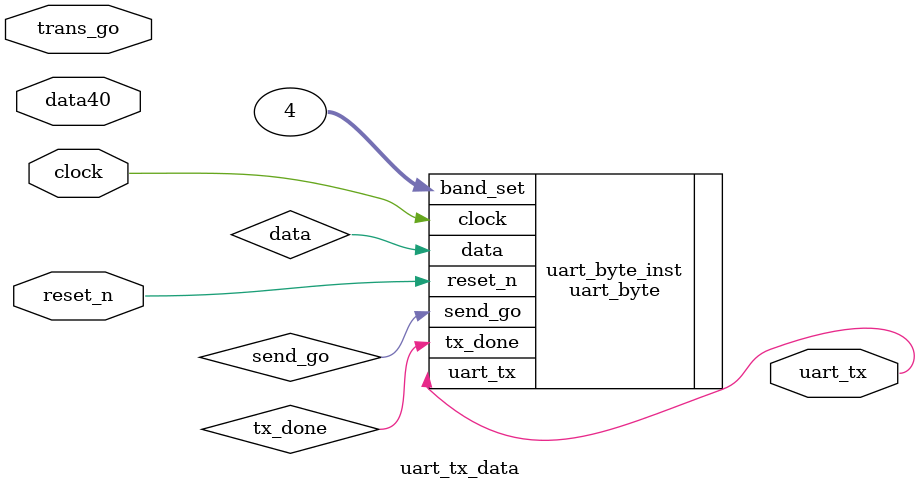
<source format=v>

module uart_tx_data (
    input clock,
    input reset_n,
    input data40,   // 40bit data
    input trans_go,  // 类似于send_go, 管40bit
    output uart_tx
);
    
    uart_byte uart_byte_inst(
        .clock(clock),
        .reset_n(reset_n),
        .send_go(send_go),
        .band_set(4),
        .data(data),
        .uart_tx(uart_tx),
        .tx_done(tx_done)
    );

endmodule

</source>
